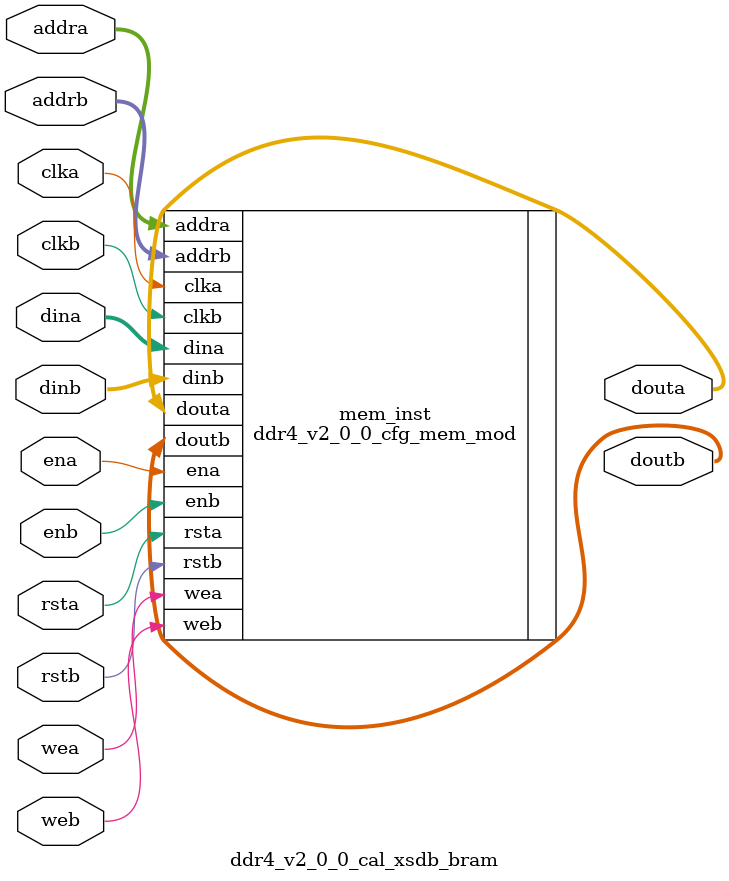
<source format=sv>
/******************************************************************************
// (c) Copyright 2013 - 2014 Xilinx, Inc. All rights reserved.
//
// This file contains confidential and proprietary information
// of Xilinx, Inc. and is protected under U.S. and
// international copyright and other intellectual property
// laws.
//
// DISCLAIMER
// This disclaimer is not a license and does not grant any
// rights to the materials distributed herewith. Except as
// otherwise provided in a valid license issued to you by
// Xilinx, and to the maximum extent permitted by applicable
// law: (1) THESE MATERIALS ARE MADE AVAILABLE "AS IS" AND
// WITH ALL FAULTS, AND XILINX HEREBY DISCLAIMS ALL WARRANTIES
// AND CONDITIONS, EXPRESS, IMPLIED, OR STATUTORY, INCLUDING
// BUT NOT LIMITED TO WARRANTIES OF MERCHANTABILITY, NON-
// INFRINGEMENT, OR FITNESS FOR ANY PARTICULAR PURPOSE; and
// (2) Xilinx shall not be liable (whether in contract or tort,
// including negligence, or under any other theory of
// liability) for any loss or damage of any kind or nature
// related to, arising under or in connection with these
// materials, including for any direct, or any indirect,
// special, incidental, or consequential loss or damage
// (including loss of data, profits, goodwill, or any type of
// loss or damage suffered as a result of any action brought
// by a third party) even if such damage or loss was
// reasonably foreseeable or Xilinx had been advised of the
// possibility of the same.
//
// CRITICAL APPLICATIONS
// Xilinx products are not designed or intended to be fail-
// safe, or for use in any application requiring fail-safe
// performance, such as life-support or safety devices or
// systems, Class III medical devices, nuclear facilities,
// applications related to the deployment of airbags, or any
// other applications that could lead to death, personal
// injury, or severe property or environmental damage
// (individually and collectively, "Critical
// Applications"). Customer assumes the sole risk and
// liability of any use of Xilinx products in Critical
// Applications, subject only to applicable laws and
// regulations governing limitations on product liability.
//
// THIS COPYRIGHT NOTICE AND DISCLAIMER MUST BE RETAINED AS
// PART OF THIS FILE AT ALL TIMES.
******************************************************************************/
//   ____  ____
//  /   /\/   /
// /___/  \  /    Vendor             : Xilinx
// \   \   \/     Version            : 2.0
//  \   \         Application        : MIG
//  /   /         Filename           : ddr4_v2_0_0_cal_xsdb_bram.sv
// /___/   /\     Date Last Modified : $Date: 2015/04/23 $
// \   \  /  \    Date Created       : Tue May 13 2014
//  \___\/\___\
//
// Device           : UltraScale
// Design Name      : DDR4 SDRAM & DDR3 SDRAM
// Purpose          :
//                   ddr4_v2_0_0_cal_xsdb_bram module
// Reference        :
// Revision History :
//*****************************************************************************
`timescale 1ns / 1ps

(* bram_map="yes" *)

module ddr4_v2_0_0_cal_xsdb_bram
    #(	
    
		parameter       	  MEM                        	  =  "DDR4"
		,parameter       	  DBYTES                     	  =  8 //4
		,parameter            START_ADDRESS                   =  18
		,parameter  		  SPREAD_SHEET_VERSION            =  2
		,parameter            RTL_VERSION                     =  0
		,parameter            MEM_CODE                        =  0
		,parameter  		  MEMORY_TYPE                     =  (MEM == "DDR4") ? 2 : 1
		,parameter            MEMORY_CONFIGURATION            =  1
		,parameter            MEMORY_VOLTAGE                  =  1
        ,parameter            CLKFBOUT_MULT_PLL               =  4
        ,parameter            DIVCLK_DIVIDE_PLL               =  1
        ,parameter            CLKOUT0_DIVIDE_PLL              =  1
        ,parameter            CLKFBOUT_MULT_MMCM              =  4
        ,parameter            DIVCLK_DIVIDE_MMCM              =  1
        ,parameter            CLKOUT0_DIVIDE_MMCM             =  4
		,parameter  		  DQBITS	                      =  64
		,parameter			  NIBBLE                          =  DQBITS/4
		,parameter  		  BITS_PER_BYTE                   =  4 //DQBITS/DBYTES
		,parameter  		  SLOTS                   =  1
		,parameter  		  ABITS                           =  10
		,parameter  		  BABITS                          =  2
		,parameter       	  BGBITS              	          =  2
		,parameter       	  CKEBITS                  		  =  4
		,parameter       	  CSBITS             	          =  4
		,parameter       	  ODTBITS                    	  =  4
		,parameter       	  DRAM_WIDTH                 	  =  8      // # of DQ per DQS
		,parameter       	  RANKS                      	  =  4 // 1      //1, 2, 3, or 4
		,parameter            S_HEIGHT                        =  1
		,parameter       	  nCK_PER_CLK                	  =  1      // # of memory CKs per fabric CLK
        ,parameter            tCK                             =  2000		
		,parameter       	  DM_DBI_SETTING             	  =  7     //// 3bits requried all 7
		,parameter            BISC_EN                         =  0
		,parameter       	  USE_CS_PORT             	      =  1     //// 1 bit
		,parameter            EXTRA_CMD_DELAY                 =  0     //// 1 bit
		,parameter            REG_CTRL_ON                     =  0     // RDIMM register control
		,parameter            CA_MIRROR                       =  0     //// 1 bit
		,parameter       	  DQS_GATE                   	  =  7
		,parameter       	  WRLVL                      	  =  7
		,parameter       	  RDLVL                      	  =  7
		,parameter       	  RDLVL_DBI                       =  7
		,parameter       	  WR_DQS_DQ                  	  =  7
		,parameter       	  WR_DQS_DM_DBI                   =  7
		,parameter            WRITE_LAT                       =  7
		,parameter       	  RDLVL_COMPLEX                   =  3     ///2 bits required all 3
		,parameter       	  WR_DQS_COMPLEX                  =  3     ///2 bits required all 3
		,parameter       	  DQS_TRACKING               	  =  3
		,parameter       	  RD_VREF                    	  =  3
		,parameter       	  RD_VREF_PATTERN                 =  3
		,parameter       	  WR_VREF                    	  =  3
		,parameter       	  WR_VREF_PATTERN                 =  3
		,parameter       	  DQS_SAMPLE_CNT             	  =  127
		,parameter       	  WRLVL_SAMPLE_CNT           	  =  255
		,parameter       	  RDLVL_SAMPLE_CNT           	  =  127
		,parameter       	  COMPLEX_LOOP_CNT           	  =  255
		,parameter       	  IODELAY_QTR_CK_TAP_CNT     	  =  255
		,parameter       	  DEBUG_MESSAGES     	          =  0
		,parameter         	  MR0                     		  =  13'b0000000110000
		,parameter         	  MR1                     		  =  13'b0000100000001 //RTT_NOM=RZQ/4 (60 Ohm)
		,parameter         	  MR2                     		  =  13'b0000000011000
		,parameter         	  MR3                     		  =  13'b0000000000000
		,parameter         	  MR4                     		  =  13'b0000000000000
		,parameter         	  MR5                     		  =  13'b0010000000000
		,parameter         	  MR6                     		  =  13'b0100000000000
		,parameter            ODTWR                           = 16'h0000
		,parameter            ODTRD                           = 16'h0000
		,parameter            SLOT0_CONFIG                    = 0     // all 9 bits
		,parameter            SLOT1_CONFIG                    = 0     // all 9 bits
		,parameter            SLOT0_FUNC_CS                   = 0     // all 9 bits
		,parameter            SLOT1_FUNC_CS                   = 0     // all 9 bits
		,parameter            SLOT0_ODD_CS                    = 0     // all 9 bits
		,parameter            SLOT1_ODD_CS                    = 0     // all 9 bits
		,parameter            DDR4_REG_RC03                   = 0     // all 9 bits
		,parameter            DDR4_REG_RC04                   = 0     // all 9 bits
		,parameter            DDR4_REG_RC05                   = 0     // all 9 bits
		,parameter            DDR4_REG_RC3X                   = 0     // all 9 bits
		
		,parameter         	  MR0_0                   		  =  MR0[8:0]
		,parameter         	  MR0_1                   		  =  {5'b0,MR0[12:9]}
		,parameter         	  MR1_0                   		  =  MR1[8:0]
		,parameter         	  MR1_1                   		  =  {5'b0,MR1[12:9]}
		,parameter         	  MR2_0                   	 	  =  MR2[8:0]
		,parameter         	  MR2_1                   		  =  {5'b0,MR2[12:9]}
		,parameter         	  MR3_0                   		  =  MR3[8:0]
		,parameter         	  MR3_1                   		  =  {5'b0,MR3[12:9]}
		,parameter         	  MR4_0                   		  =  MR4[8:0]
		,parameter         	  MR4_1                   		  =  {5'b0,MR4[12:9]}
		,parameter         	  MR5_0                   		  =  MR5[8:0]
		,parameter         	  MR5_1                   		  =  {5'b0,MR5[12:9]}
		,parameter         	  MR6_0                   		  =  MR6[8:0]
		,parameter         	  MR6_1                   		  =  {5'b0,MR6[12:9]}
  
       ,parameter NUM_BRAMS    = 1
	   ,parameter SIZE         = 36 * 1024 * NUM_BRAMS
    // Specify INITs as 9 bit blocks (256 locations per blockRAM)
       ,parameter ADDR_WIDTH   = 16
	   ,parameter DATA_WIDTH   = 9
       ,parameter PIPELINE_REG = 1 
    )
  (
	
		clka,
		clkb,
		ena,
		enb,
		addra,
		addrb,
		dina,
		dinb,
		douta,
		doutb,
		wea,
		web,
		rsta,
		rstb
);
input clka;
input clkb;
input ena;
input enb;
input [ADDR_WIDTH-1:0]addra;
input [ADDR_WIDTH-1:0]addrb;
input [DATA_WIDTH-1:0]dina;
input [DATA_WIDTH-1:0]dinb;
input wea;
input web;
input rsta;
input rstb;
output reg [DATA_WIDTH-1:0]douta;
output reg [DATA_WIDTH-1:0]doutb;


// Initial values to the BlockRam 0
localparam [8:0] mem0_init_0 = {4'b0,START_ADDRESS[4:0]};
localparam [8:0] mem0_init_1 = 9'b0;
localparam [8:0] mem0_init_2 = 9'b0;
localparam [8:0] mem0_init_3 = {5'b0,SPREAD_SHEET_VERSION[3:0]};
localparam [8:0] mem0_init_4 = {7'b0,MEMORY_TYPE[1:0]};
localparam [8:0] mem0_init_5 = {7'b0,RANKS[1:0]};
localparam [8:0] mem0_init_6 = DBYTES[8:0]; // MAN - repeats DBYTES parameter (may hardwire to BYTES for initial SW compatability)
localparam [8:0] mem0_init_7 = NIBBLE[8:0];
localparam [8:0] mem0_init_8 = BITS_PER_BYTE[8:0];
localparam [8:0] mem0_init_9 = 9'b0;
localparam [8:0] mem0_init_10 = 9'b0;
localparam [8:0] mem0_init_11 = 9'b0;
localparam [8:0] mem0_init_12 = SLOTS;
localparam [8:0] mem0_init_13 = 9'b0;
localparam [8:0] mem0_init_14 = 9'b0;
localparam [8:0] mem0_init_15 = 9'b0;
localparam [8:0] mem0_init_16 = 9'b0;
localparam [8:0] mem0_init_17 = 9'b0;
localparam [8:0] mem0_init_18 = RTL_VERSION[8:0];
localparam [8:0] mem0_init_19 = 9'b0;
localparam [8:0] mem0_init_20 = NUM_BRAMS[8:0];
localparam [8:0] mem0_init_21 = {BGBITS[1:0],BABITS[1:0],ABITS[4:0]};
localparam [8:0] mem0_init_22 = {ODTBITS[2:0],CSBITS[2:0],CKEBITS[2:0]};
localparam [8:0] mem0_init_23 = DBYTES[8:0];
localparam [8:0] mem0_init_24 = DRAM_WIDTH[8:0];
localparam [8:0] mem0_init_25 = {CA_MIRROR[0],REG_CTRL_ON[0],EXTRA_CMD_DELAY[0],USE_CS_PORT[0],BISC_EN[0],DM_DBI_SETTING[2:0],nCK_PER_CLK[0]};
localparam [8:0] mem0_init_26 = {RDLVL[2:0],WRLVL[2:0],DQS_GATE[2:0]};
localparam [8:0] mem0_init_27 = {WR_DQS_DM_DBI[2:0],WR_DQS_DQ[2:0],RDLVL_DBI[2:0]};
localparam [8:0] mem0_init_28 = {WR_DQS_COMPLEX[2:0],RDLVL_COMPLEX[2:0],WRITE_LAT[2:0]};
localparam [8:0] mem0_init_29 = {DEBUG_MESSAGES[0],RD_VREF_PATTERN[1:0],WR_VREF_PATTERN[1:0],RD_VREF[1:0],WR_VREF[1:0]};
localparam [8:0] mem0_init_30 = {7'b0,DQS_TRACKING[1:0]};
localparam [8:0] mem0_init_31 = DQS_SAMPLE_CNT[8:0];
localparam [8:0] mem0_init_32 = WRLVL_SAMPLE_CNT[8:0];
localparam [8:0] mem0_init_33 = RDLVL_SAMPLE_CNT[8:0];
localparam [8:0] mem0_init_34 = COMPLEX_LOOP_CNT[8:0];
localparam [8:0] mem0_init_35 = IODELAY_QTR_CK_TAP_CNT[8:0];
localparam [8:0] mem0_init_36 = {5'b0,S_HEIGHT[3:0]};
localparam [8:0] mem0_init_37 = 9'b0;
localparam [8:0] mem0_init_38 = 9'b0;
localparam [8:0] mem0_init_39 = 9'b0;
localparam [8:0] mem0_init_40 = {1'b0, ODTWR[7:0]};
localparam [8:0] mem0_init_41 = {1'b0, ODTWR[15:8]};
localparam [8:0] mem0_init_42 = {1'b0, ODTRD[7:0]};
localparam [8:0] mem0_init_43 = {1'b0, ODTRD[15:8]};
localparam [8:0] mem0_init_44 = SLOT0_CONFIG;
localparam [8:0] mem0_init_45 = SLOT1_CONFIG;
localparam [8:0] mem0_init_46 = SLOT0_FUNC_CS;
localparam [8:0] mem0_init_47 = SLOT1_FUNC_CS;
localparam [8:0] mem0_init_48 = SLOT0_ODD_CS;
localparam [8:0] mem0_init_49 = SLOT1_ODD_CS;
localparam [8:0] mem0_init_50 = DDR4_REG_RC03;
localparam [8:0] mem0_init_51 = DDR4_REG_RC04;
localparam [8:0] mem0_init_52 = DDR4_REG_RC05;
localparam [8:0] mem0_init_53 = DDR4_REG_RC3X;
localparam [8:0] mem0_init_54 = MR0_0[8:0];
localparam [8:0] mem0_init_55 = MR0_1[8:0];
localparam [8:0] mem0_init_56 = MR1_0[8:0];
localparam [8:0] mem0_init_57 = MR1_1[8:0];
localparam [8:0] mem0_init_58 = MR2_0[8:0];
localparam [8:0] mem0_init_59 = MR2_1[8:0];
localparam [8:0] mem0_init_60 = MR3_0[8:0];
localparam [8:0] mem0_init_61 = MR3_1[8:0];
localparam [8:0] mem0_init_62 = MR4_0[8:0];
localparam [8:0] mem0_init_63 = MR4_1[8:0];
localparam [8:0] mem0_init_64 = MR5_0[8:0];
localparam [8:0] mem0_init_65 = MR5_1[8:0];
localparam [8:0] mem0_init_66 = MR6_0[8:0];
localparam [8:0] mem0_init_67 = MR6_1[8:0];
localparam [8:0] mem0_init_68 = 9'b0;
localparam [8:0] mem0_init_69 = tCK[8:0];
localparam [8:0] mem0_init_70 = tCK[16:9];
localparam [8:0] mem0_init_71 = MEMORY_CONFIGURATION[8:0];
localparam [8:0] mem0_init_72 = MEMORY_VOLTAGE[8:0];
localparam [8:0] mem0_init_73 = CLKFBOUT_MULT_PLL[8:0];
localparam [8:0] mem0_init_74 = DIVCLK_DIVIDE_PLL[8:0];
localparam [8:0] mem0_init_75 = CLKFBOUT_MULT_MMCM[8:0];
localparam [8:0] mem0_init_76 = DIVCLK_DIVIDE_MMCM[8:0];
localparam [8:0] mem0_init_77 = 9'b0;
localparam [8:0] mem0_init_78 = 9'b0;
localparam [8:0] mem0_init_79 = 9'b0;
localparam [8:0] mem0_init_80 = 9'b0;
localparam [8:0] mem0_init_81 = 9'b0;
localparam [8:0] mem0_init_82 = 9'b0;
localparam [8:0] mem0_init_83 = 9'b0;
localparam [8:0] mem0_init_84 = 9'b0;
localparam [8:0] mem0_init_85 = 9'b0;
localparam [8:0] mem0_init_86 = 9'b0;
localparam [8:0] mem0_init_87 = 9'b0;
localparam [8:0] mem0_init_88 = 9'b0;
localparam [8:0] mem0_init_89 = 9'b0;
localparam [8:0] mem0_init_90 = 9'b0;
localparam [8:0] mem0_init_91 = 9'b0;
localparam [8:0] mem0_init_92 = 9'b0;
localparam [8:0] mem0_init_93 = 9'b0;
localparam [8:0] mem0_init_94 = 9'b0;
localparam [8:0] mem0_init_95 = 9'b0;
localparam [8:0] mem0_init_96 = 9'b0;
localparam [8:0] mem0_init_97 = 9'b0;
localparam [8:0] mem0_init_98 = 9'b0;
localparam [8:0] mem0_init_99 = 9'b0;
localparam [8:0] mem0_init_100 = 9'b0;
localparam [8:0] mem0_init_101 = 9'b0;
localparam [8:0] mem0_init_102 = 9'b0;
localparam [8:0] mem0_init_103 = 9'b0;
localparam [8:0] mem0_init_104 = 9'b0;
localparam [8:0] mem0_init_105 = 9'b0;
localparam [8:0] mem0_init_106 = 9'b0;
localparam [8:0] mem0_init_107 = 9'b0;
localparam [8:0] mem0_init_108 = 9'b0;
localparam [8:0] mem0_init_109 = 9'b0;
localparam [8:0] mem0_init_110 = 9'b0;
localparam [8:0] mem0_init_111 = 9'b0;
localparam [8:0] mem0_init_112 = 9'b0;
localparam [8:0] mem0_init_113 = 9'b0;
localparam [8:0] mem0_init_114 = 9'b0;
localparam [8:0] mem0_init_115 = 9'b0;
localparam [8:0] mem0_init_116 = 9'b0;
localparam [8:0] mem0_init_117 = 9'b0;
localparam [8:0] mem0_init_118 = 9'b0;
localparam [8:0] mem0_init_119 = 9'b0;
localparam [8:0] mem0_init_120 = 9'b0;
localparam [8:0] mem0_init_121 = 9'b0;
localparam [8:0] mem0_init_122 = 9'b0;
localparam [8:0] mem0_init_123 = 9'b0;
localparam [8:0] mem0_init_124 = 9'b0;
localparam [8:0] mem0_init_125 = 9'b0;
localparam [8:0] mem0_init_126 = 9'b0;
localparam [8:0] mem0_init_127 = 9'b0;
localparam [8:0] mem0_init_128 = 9'b0;
localparam [8:0] mem0_init_129 = 9'b0;
localparam [8:0] mem0_init_130 = 9'b0;
localparam [8:0] mem0_init_131 = 9'b0;
localparam [8:0] mem0_init_132 = 9'b0;
localparam [8:0] mem0_init_133 = 9'b0;
localparam [8:0] mem0_init_134 = 9'b0;
localparam [8:0] mem0_init_135 = 9'b0;
localparam [8:0] mem0_init_136 = 9'b0;
localparam [8:0] mem0_init_137 = 9'b0;
localparam [8:0] mem0_init_138 = 9'b0;
localparam [8:0] mem0_init_139 = 9'b0;
localparam [8:0] mem0_init_140 = 9'b0;
localparam [8:0] mem0_init_141 = 9'b0;
localparam [8:0] mem0_init_142 = 9'b0;
localparam [8:0] mem0_init_143 = 9'b0;
localparam [8:0] mem0_init_144 = 9'b0;
localparam [8:0] mem0_init_145 = 9'b0;
localparam [8:0] mem0_init_146 = 9'b0;
localparam [8:0] mem0_init_147 = 9'b0;
localparam [8:0] mem0_init_148 = 9'b0;
localparam [8:0] mem0_init_149 = 9'b0;
localparam [8:0] mem0_init_150 = 9'b0;
localparam [8:0] mem0_init_151 = 9'b0;
localparam [8:0] mem0_init_152 = 9'b0;
localparam [8:0] mem0_init_153 = 9'b0;
localparam [8:0] mem0_init_154 = 9'b0;
localparam [8:0] mem0_init_155 = 9'b0;
localparam [8:0] mem0_init_156 = 9'b0;
localparam [8:0] mem0_init_157 = 9'b0;
localparam [8:0] mem0_init_158 = 9'b0;
localparam [8:0] mem0_init_159 = 9'b0;
localparam [8:0] mem0_init_160 = 9'b0;
localparam [8:0] mem0_init_161 = 9'b0;
localparam [8:0] mem0_init_162 = 9'b0;
localparam [8:0] mem0_init_163 = 9'b0;
localparam [8:0] mem0_init_164 = 9'b0;
localparam [8:0] mem0_init_165 = 9'b0;
localparam [8:0] mem0_init_166 = 9'b0;
localparam [8:0] mem0_init_167 = 9'b0;
localparam [8:0] mem0_init_168 = 9'b0;
localparam [8:0] mem0_init_169 = 9'b0;
localparam [8:0] mem0_init_170 = 9'b0;
localparam [8:0] mem0_init_171 = 9'b0;
localparam [8:0] mem0_init_172 = 9'b0;
localparam [8:0] mem0_init_173 = 9'b0;
localparam [8:0] mem0_init_174 = 9'b0;
localparam [8:0] mem0_init_175 = 9'b0;
localparam [8:0] mem0_init_176 = 9'b0;
localparam [8:0] mem0_init_177 = 9'b0;
localparam [8:0] mem0_init_178 = 9'b0;
localparam [8:0] mem0_init_179 = 9'b0;
localparam [8:0] mem0_init_180 = 9'b0;
localparam [8:0] mem0_init_181 = 9'b0;
localparam [8:0] mem0_init_182 = 9'b0;
localparam [8:0] mem0_init_183 = 9'b0;
localparam [8:0] mem0_init_184 = 9'b0;
localparam [8:0] mem0_init_185 = 9'b0;
localparam [8:0] mem0_init_186 = 9'b0;
localparam [8:0] mem0_init_187 = 9'b0;
localparam [8:0] mem0_init_188 = 9'b0;
localparam [8:0] mem0_init_189 = 9'b0;
localparam [8:0] mem0_init_190 = 9'b0;
localparam [8:0] mem0_init_191 = 9'b0;
localparam [8:0] mem0_init_192 = 9'b0;
localparam [8:0] mem0_init_193 = 9'b0;
localparam [8:0] mem0_init_194 = 9'b0;
localparam [8:0] mem0_init_195 = 9'b0;
localparam [8:0] mem0_init_196 = 9'b0;
localparam [8:0] mem0_init_197 = 9'b0;
localparam [8:0] mem0_init_198 = 9'b0;
localparam [8:0] mem0_init_199 = 9'b0;
localparam [8:0] mem0_init_200 = 9'b0;
localparam [8:0] mem0_init_201 = 9'b0;
localparam [8:0] mem0_init_202 = 9'b0;
localparam [8:0] mem0_init_203 = 9'b0;
localparam [8:0] mem0_init_204 = 9'b0;
localparam [8:0] mem0_init_205 = 9'b0;
localparam [8:0] mem0_init_206 = 9'b0;
localparam [8:0] mem0_init_207 = 9'b0;
localparam [8:0] mem0_init_208 = 9'b0;
localparam [8:0] mem0_init_209 = 9'b0;
localparam [8:0] mem0_init_210 = 9'b0;
localparam [8:0] mem0_init_211 = 9'b0;
localparam [8:0] mem0_init_212 = 9'b0;
localparam [8:0] mem0_init_213 = 9'b0;
localparam [8:0] mem0_init_214 = 9'b0;
localparam [8:0] mem0_init_215 = 9'b0;
localparam [8:0] mem0_init_216 = 9'b0;
localparam [8:0] mem0_init_217 = 9'b0;
localparam [8:0] mem0_init_218 = 9'b0;
localparam [8:0] mem0_init_219 = 9'b0;
localparam [8:0] mem0_init_220 = 9'b0;
localparam [8:0] mem0_init_221 = 9'b0;
localparam [8:0] mem0_init_222 = 9'b0;
localparam [8:0] mem0_init_223 = 9'b0;
localparam [8:0] mem0_init_224 = 9'b0;
localparam [8:0] mem0_init_225 = 9'b0;
localparam [8:0] mem0_init_226 = 9'b0;
localparam [8:0] mem0_init_227 = 9'b0;
localparam [8:0] mem0_init_228 = 9'b0;
localparam [8:0] mem0_init_229 = 9'b0;
localparam [8:0] mem0_init_230 = 9'b0;
localparam [8:0] mem0_init_231 = 9'b0;
localparam [8:0] mem0_init_232 = 9'b0;
localparam [8:0] mem0_init_233 = 9'b0;
localparam [8:0] mem0_init_234 = 9'b0;
localparam [8:0] mem0_init_235 = 9'b0;
localparam [8:0] mem0_init_236 = 9'b0;
localparam [8:0] mem0_init_237 = 9'b0;
localparam [8:0] mem0_init_238 = 9'b0;
localparam [8:0] mem0_init_239 = 9'b0;
localparam [8:0] mem0_init_240 = 9'b0;
localparam [8:0] mem0_init_241 = 9'b0;
localparam [8:0] mem0_init_242 = 9'b0;
localparam [8:0] mem0_init_243 = 9'b0;
localparam [8:0] mem0_init_244 = 9'b0;
localparam [8:0] mem0_init_245 = 9'b0;
localparam [8:0] mem0_init_246 = 9'b0;
localparam [8:0] mem0_init_247 = 9'b0;
localparam [8:0] mem0_init_248 = 9'b0;
localparam [8:0] mem0_init_249 = 9'b0;
localparam [8:0] mem0_init_250 = 9'b0;
localparam [8:0] mem0_init_251 = 9'b0;
localparam [8:0] mem0_init_252 = 9'b0;
localparam [8:0] mem0_init_253 = 9'b0;
localparam [8:0] mem0_init_254 = 9'b0;
localparam [8:0] mem0_init_255 = 9'b0;

localparam [256*9-1:0] INIT_BRAM0 = {mem0_init_255,mem0_init_254,mem0_init_253,mem0_init_252,mem0_init_251,mem0_init_250,mem0_init_249,mem0_init_248,mem0_init_247,mem0_init_246,mem0_init_245,mem0_init_244,mem0_init_243,mem0_init_242,mem0_init_241,mem0_init_240,mem0_init_239,mem0_init_238,mem0_init_237,mem0_init_236,mem0_init_235,mem0_init_234,mem0_init_233,mem0_init_232,mem0_init_231,mem0_init_230,mem0_init_229,mem0_init_228,mem0_init_227,mem0_init_226,mem0_init_225,mem0_init_224,mem0_init_223,mem0_init_222,mem0_init_221,mem0_init_220,mem0_init_219,mem0_init_218,mem0_init_217,mem0_init_216,mem0_init_215,mem0_init_214,mem0_init_213,mem0_init_212,mem0_init_211,mem0_init_210,mem0_init_209,mem0_init_208,mem0_init_207,mem0_init_206,mem0_init_205,mem0_init_204,mem0_init_203,mem0_init_202,mem0_init_201,mem0_init_200,mem0_init_199,mem0_init_198,mem0_init_197,mem0_init_196,mem0_init_195,mem0_init_194,mem0_init_193,mem0_init_192,mem0_init_191,mem0_init_190,mem0_init_189,mem0_init_188,mem0_init_187,mem0_init_186,mem0_init_185,mem0_init_184,mem0_init_183,mem0_init_182,mem0_init_181,mem0_init_180,mem0_init_179,mem0_init_178,mem0_init_177,mem0_init_176,mem0_init_175,mem0_init_174,mem0_init_173,mem0_init_172,mem0_init_171,mem0_init_170,mem0_init_169,mem0_init_168,mem0_init_167,mem0_init_166,mem0_init_165,mem0_init_164,mem0_init_163,mem0_init_162,mem0_init_161,mem0_init_160,mem0_init_159,mem0_init_158,mem0_init_157,mem0_init_156,mem0_init_155,mem0_init_154,mem0_init_153,mem0_init_152,mem0_init_151,mem0_init_150,mem0_init_149,mem0_init_148,mem0_init_147,mem0_init_146,mem0_init_145,mem0_init_144,mem0_init_143,mem0_init_142,mem0_init_141,mem0_init_140,mem0_init_139,mem0_init_138,mem0_init_137,mem0_init_136,mem0_init_135,mem0_init_134,mem0_init_133,mem0_init_132,mem0_init_131,mem0_init_130,mem0_init_129,mem0_init_128,mem0_init_127,mem0_init_126,mem0_init_125,mem0_init_124,mem0_init_123,mem0_init_122,mem0_init_121,mem0_init_120,mem0_init_119,mem0_init_118,mem0_init_117,mem0_init_116,mem0_init_115,mem0_init_114,mem0_init_113,mem0_init_112,mem0_init_111,mem0_init_110,mem0_init_109,mem0_init_108,mem0_init_107,mem0_init_106,mem0_init_105,mem0_init_104,mem0_init_103,mem0_init_102,mem0_init_101,mem0_init_100,mem0_init_99,mem0_init_98,mem0_init_97,mem0_init_96,mem0_init_95,mem0_init_94,mem0_init_93,mem0_init_92,mem0_init_91,mem0_init_90,mem0_init_89,mem0_init_88,mem0_init_87,mem0_init_86,mem0_init_85,mem0_init_84,mem0_init_83,mem0_init_82,mem0_init_81,mem0_init_80,mem0_init_79,mem0_init_78,mem0_init_77,mem0_init_76,mem0_init_75,mem0_init_74,mem0_init_73,mem0_init_72,mem0_init_71,mem0_init_70,mem0_init_69,mem0_init_68,mem0_init_67,mem0_init_66,mem0_init_65,mem0_init_64,mem0_init_63,mem0_init_62,mem0_init_61,mem0_init_60,mem0_init_59,mem0_init_58,mem0_init_57,mem0_init_56,mem0_init_55,mem0_init_54,mem0_init_53,mem0_init_52,mem0_init_51,mem0_init_50,mem0_init_49,mem0_init_48,mem0_init_47,mem0_init_46,mem0_init_45,mem0_init_44,mem0_init_43,mem0_init_42,mem0_init_41,mem0_init_40,mem0_init_39,mem0_init_38,mem0_init_37,mem0_init_36,mem0_init_35,mem0_init_34,mem0_init_33,mem0_init_32,mem0_init_31,mem0_init_30,mem0_init_29,mem0_init_28,mem0_init_27,mem0_init_26,mem0_init_25,mem0_init_24,mem0_init_23,mem0_init_22,mem0_init_21,mem0_init_20,mem0_init_19,mem0_init_18,mem0_init_17,mem0_init_16,mem0_init_15,mem0_init_14,mem0_init_13,mem0_init_12,mem0_init_11,mem0_init_10,mem0_init_9,mem0_init_8,mem0_init_7,mem0_init_6,mem0_init_5,mem0_init_4,mem0_init_3,mem0_init_2,mem0_init_1,mem0_init_0};

// Populate INIT's for rest of BlockRAMs if required
localparam [256*9*NUM_BRAMS-1:0] INIT = ( NUM_BRAMS == 1 ) ? INIT_BRAM0 : ( NUM_BRAMS == 2 ) ? {2304'b0 ,INIT_BRAM0} : {{2{2304'b0}} ,INIT_BRAM0};

ddr4_v2_0_0_cfg_mem_mod # (
               .SIZE(SIZE),
               .INIT(INIT),
               .ADDR_WIDTH(ADDR_WIDTH),
               .DATA_WIDTH(9),
               .PIPELINE_REG(PIPELINE_REG)
              )
     mem_inst (
                .clka(clka),
                .clkb(clkb),
                .ena(ena),
                .enb(enb),
                .addra(addra),
                .addrb(addrb),
                .dina(dina),
                .dinb(dinb),
                .wea(wea),
                .web(web),
                .rsta(rsta),
                .rstb(rstb),
                .douta(douta),
                .doutb(doutb)
               );

endmodule


</source>
